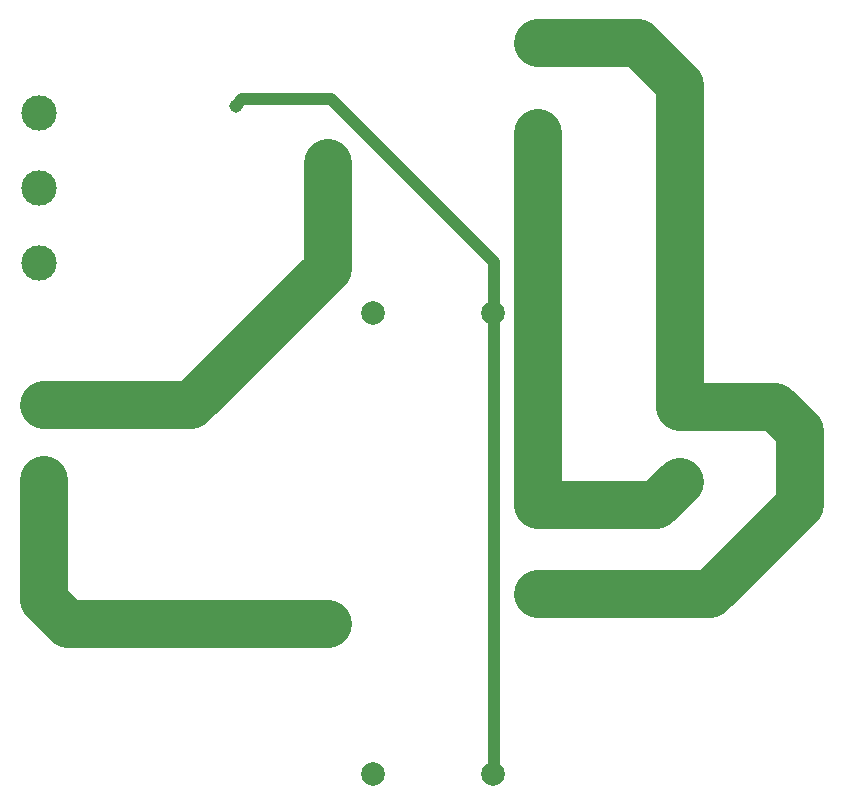
<source format=gbl>
G04*
G04 #@! TF.GenerationSoftware,Altium Limited,Altium Designer,21.4.1 (30)*
G04*
G04 Layer_Physical_Order=2*
G04 Layer_Color=16711680*
%FSLAX25Y25*%
%MOIN*%
G70*
G04*
G04 #@! TF.SameCoordinates,A6571A55-D74C-4003-A557-C9CE236E7139*
G04*
G04*
G04 #@! TF.FilePolarity,Positive*
G04*
G01*
G75*
%ADD28C,0.16000*%
%ADD29C,0.04000*%
%ADD32C,0.07874*%
%ADD33C,0.12795*%
%ADD34C,0.11811*%
%ADD35C,0.04500*%
D28*
X88276Y-54724D02*
X118000Y-25000D01*
X30630Y-54724D02*
X88276D01*
X30630Y-24724D02*
Y98819D01*
X-84831Y8169D02*
X-39370Y53630D01*
Y88819D01*
X-133858Y8169D02*
X-84831D01*
X-133858Y-56652D02*
Y-16831D01*
Y-56652D02*
X-125786Y-64724D01*
X-39370D01*
X70059Y-25118D02*
X77953Y-17224D01*
X30630Y-25118D02*
X70059D01*
X77953Y7776D02*
X78000Y7823D01*
X64181Y128819D02*
X78000Y115000D01*
Y7823D02*
Y115000D01*
X118000Y-25000D02*
Y-296D01*
X109928Y7776D02*
X118000Y-296D01*
X77953Y7776D02*
X109928D01*
X30630Y128819D02*
X64181D01*
D29*
X16004Y-113957D02*
Y38996D01*
X15630Y-114331D02*
X16004Y-113957D01*
X-67764Y110236D02*
X-38189D01*
X-70000Y108000D02*
X-67764Y110236D01*
X16004Y38996D02*
X16378Y39370D01*
X16142Y39606D02*
Y55905D01*
Y39606D02*
X16378Y39370D01*
X-38189Y110236D02*
X16142Y55905D01*
D32*
X15630Y38819D02*
D03*
X-24370D02*
D03*
X15630Y-114724D02*
D03*
X-24370D02*
D03*
D33*
X-39370Y88819D02*
D03*
X30630Y128819D02*
D03*
Y98819D02*
D03*
X-39370Y-64724D02*
D03*
X30630Y-24724D02*
D03*
Y-54724D02*
D03*
D34*
X77953Y-17224D02*
D03*
Y7776D02*
D03*
X-135433Y105709D02*
D03*
Y80709D02*
D03*
Y55709D02*
D03*
X-133858Y8169D02*
D03*
Y-16831D02*
D03*
D35*
X-70000Y108000D02*
D03*
M02*

</source>
